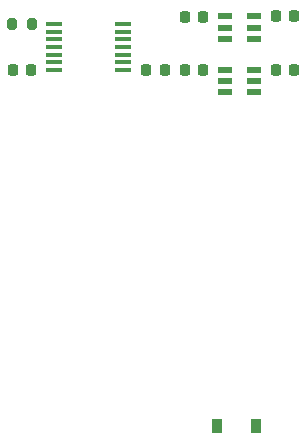
<source format=gtp>
G04 #@! TF.GenerationSoftware,KiCad,Pcbnew,(6.0.4)*
G04 #@! TF.CreationDate,2023-05-30T12:53:04+02:00*
G04 #@! TF.ProjectId,MicroPicoDrive,4d696372-6f50-4696-936f-44726976652e,rev?*
G04 #@! TF.SameCoordinates,Original*
G04 #@! TF.FileFunction,Paste,Top*
G04 #@! TF.FilePolarity,Positive*
%FSLAX46Y46*%
G04 Gerber Fmt 4.6, Leading zero omitted, Abs format (unit mm)*
G04 Created by KiCad (PCBNEW (6.0.4)) date 2023-05-30 12:53:04*
%MOMM*%
%LPD*%
G01*
G04 APERTURE LIST*
G04 Aperture macros list*
%AMRoundRect*
0 Rectangle with rounded corners*
0 $1 Rounding radius*
0 $2 $3 $4 $5 $6 $7 $8 $9 X,Y pos of 4 corners*
0 Add a 4 corners polygon primitive as box body*
4,1,4,$2,$3,$4,$5,$6,$7,$8,$9,$2,$3,0*
0 Add four circle primitives for the rounded corners*
1,1,$1+$1,$2,$3*
1,1,$1+$1,$4,$5*
1,1,$1+$1,$6,$7*
1,1,$1+$1,$8,$9*
0 Add four rect primitives between the rounded corners*
20,1,$1+$1,$2,$3,$4,$5,0*
20,1,$1+$1,$4,$5,$6,$7,0*
20,1,$1+$1,$6,$7,$8,$9,0*
20,1,$1+$1,$8,$9,$2,$3,0*%
G04 Aperture macros list end*
%ADD10RoundRect,0.225000X0.225000X0.250000X-0.225000X0.250000X-0.225000X-0.250000X0.225000X-0.250000X0*%
%ADD11RoundRect,0.225000X-0.225000X-0.250000X0.225000X-0.250000X0.225000X0.250000X-0.225000X0.250000X0*%
%ADD12R,1.200000X0.600000*%
%ADD13R,0.900000X1.200000*%
%ADD14R,1.475000X0.450000*%
%ADD15RoundRect,0.200000X0.200000X0.275000X-0.200000X0.275000X-0.200000X-0.275000X0.200000X-0.275000X0*%
G04 APERTURE END LIST*
D10*
X133025000Y-78950000D03*
X131475000Y-78950000D03*
D11*
X139175000Y-74400000D03*
X140725000Y-74400000D03*
D12*
X134825000Y-74425000D03*
X134825000Y-75375000D03*
X134825000Y-76325000D03*
X137325000Y-76325000D03*
X137325000Y-75375000D03*
X137325000Y-74425000D03*
D10*
X133000000Y-74475000D03*
X131450000Y-74475000D03*
D13*
X134165000Y-109125000D03*
X137465000Y-109125000D03*
D11*
X139175000Y-78950000D03*
X140725000Y-78950000D03*
D12*
X134825000Y-78950000D03*
X134825000Y-79900000D03*
X134825000Y-80850000D03*
X137325000Y-80850000D03*
X137325000Y-79900000D03*
X137325000Y-78950000D03*
D11*
X128200000Y-78975000D03*
X129750000Y-78975000D03*
D10*
X118460000Y-78950000D03*
X116910000Y-78950000D03*
D14*
X126263000Y-78950000D03*
X126263000Y-78300000D03*
X126263000Y-77650000D03*
X126263000Y-77000000D03*
X126263000Y-76350000D03*
X126263000Y-75700000D03*
X126263000Y-75050000D03*
X120387000Y-75050000D03*
X120387000Y-75700000D03*
X120387000Y-76350000D03*
X120387000Y-77000000D03*
X120387000Y-77650000D03*
X120387000Y-78300000D03*
X120387000Y-78950000D03*
D15*
X118485000Y-75025000D03*
X116835000Y-75025000D03*
M02*

</source>
